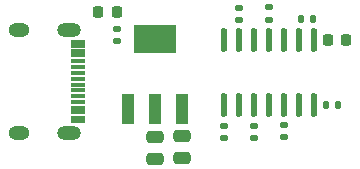
<source format=gbr>
%TF.GenerationSoftware,KiCad,Pcbnew,6.0.4-6f826c9f35~116~ubuntu20.04.1*%
%TF.CreationDate,2022-04-28T13:00:12+07:00*%
%TF.ProjectId,W2AEWPulseGenerator,57324145-5750-4756-9c73-6547656e6572,rev?*%
%TF.SameCoordinates,Original*%
%TF.FileFunction,Paste,Top*%
%TF.FilePolarity,Positive*%
%FSLAX46Y46*%
G04 Gerber Fmt 4.6, Leading zero omitted, Abs format (unit mm)*
G04 Created by KiCad (PCBNEW 6.0.4-6f826c9f35~116~ubuntu20.04.1) date 2022-04-28 13:00:12*
%MOMM*%
%LPD*%
G01*
G04 APERTURE LIST*
G04 Aperture macros list*
%AMRoundRect*
0 Rectangle with rounded corners*
0 $1 Rounding radius*
0 $2 $3 $4 $5 $6 $7 $8 $9 X,Y pos of 4 corners*
0 Add a 4 corners polygon primitive as box body*
4,1,4,$2,$3,$4,$5,$6,$7,$8,$9,$2,$3,0*
0 Add four circle primitives for the rounded corners*
1,1,$1+$1,$2,$3*
1,1,$1+$1,$4,$5*
1,1,$1+$1,$6,$7*
1,1,$1+$1,$8,$9*
0 Add four rect primitives between the rounded corners*
20,1,$1+$1,$2,$3,$4,$5,0*
20,1,$1+$1,$4,$5,$6,$7,0*
20,1,$1+$1,$6,$7,$8,$9,0*
20,1,$1+$1,$8,$9,$2,$3,0*%
G04 Aperture macros list end*
%ADD10RoundRect,0.250000X-0.475000X0.250000X-0.475000X-0.250000X0.475000X-0.250000X0.475000X0.250000X0*%
%ADD11R,1.100000X2.500000*%
%ADD12R,3.600000X2.340000*%
%ADD13RoundRect,0.135000X-0.185000X0.135000X-0.185000X-0.135000X0.185000X-0.135000X0.185000X0.135000X0*%
%ADD14RoundRect,0.135000X0.185000X-0.135000X0.185000X0.135000X-0.185000X0.135000X-0.185000X-0.135000X0*%
%ADD15RoundRect,0.140000X-0.140000X-0.170000X0.140000X-0.170000X0.140000X0.170000X-0.140000X0.170000X0*%
%ADD16O,2.000000X1.200000*%
%ADD17O,1.800000X1.200000*%
%ADD18R,1.300000X0.300000*%
%ADD19RoundRect,0.250000X0.475000X-0.250000X0.475000X0.250000X-0.475000X0.250000X-0.475000X-0.250000X0*%
%ADD20RoundRect,0.218750X-0.218750X-0.256250X0.218750X-0.256250X0.218750X0.256250X-0.218750X0.256250X0*%
%ADD21RoundRect,0.135000X-0.135000X-0.185000X0.135000X-0.185000X0.135000X0.185000X-0.135000X0.185000X0*%
%ADD22RoundRect,0.225000X-0.225000X-0.250000X0.225000X-0.250000X0.225000X0.250000X-0.225000X0.250000X0*%
%ADD23O,0.570000X2.040000*%
G04 APERTURE END LIST*
D10*
%TO.C,C4*%
X114250000Y-80250000D03*
X114250000Y-82150000D03*
%TD*%
D11*
%TO.C,U2*%
X109700000Y-77970000D03*
X112000000Y-77970000D03*
X114300000Y-77970000D03*
D12*
X112000000Y-72030000D03*
%TD*%
D13*
%TO.C,R6*%
X117830600Y-79373000D03*
X117830600Y-80393000D03*
%TD*%
D14*
%TO.C,R7*%
X108730000Y-72230000D03*
X108730000Y-71210000D03*
%TD*%
D15*
%TO.C,C2*%
X126494600Y-77647800D03*
X127454600Y-77647800D03*
%TD*%
D13*
%TO.C,R4*%
X122910600Y-79347600D03*
X122910600Y-80367600D03*
%TD*%
D14*
%TO.C,R3*%
X119075200Y-70387400D03*
X119075200Y-69367400D03*
%TD*%
D16*
%TO.C,USBC1*%
X104684600Y-71307900D03*
D17*
X100484600Y-79967900D03*
D16*
X104684600Y-79967900D03*
D17*
X100484600Y-71307900D03*
D18*
X105444600Y-72287900D03*
X105444600Y-73087900D03*
X105444600Y-74387900D03*
X105444600Y-75387900D03*
X105444600Y-75887900D03*
X105444600Y-76887900D03*
X105444600Y-78187900D03*
X105444600Y-78987900D03*
X105444600Y-78687900D03*
X105444600Y-77887900D03*
X105444600Y-77387900D03*
X105444600Y-76387900D03*
X105444600Y-74887900D03*
X105444600Y-73887900D03*
X105444600Y-73387900D03*
X105444600Y-72587900D03*
%TD*%
D19*
%TO.C,C3*%
X112000000Y-82200000D03*
X112000000Y-80300000D03*
%TD*%
D14*
%TO.C,R2*%
X121615200Y-70385400D03*
X121615200Y-69365400D03*
%TD*%
D13*
%TO.C,R5*%
X120345200Y-79373000D03*
X120345200Y-80393000D03*
%TD*%
D20*
%TO.C,D1*%
X107182500Y-69710000D03*
X108757500Y-69710000D03*
%TD*%
D21*
%TO.C,R1*%
X124305600Y-70358000D03*
X125325600Y-70358000D03*
%TD*%
D22*
%TO.C,C1*%
X126631400Y-72085200D03*
X128181400Y-72085200D03*
%TD*%
D23*
%TO.C,U1*%
X125425200Y-72109200D03*
X124155200Y-72109200D03*
X122885200Y-72109200D03*
X121615200Y-72109200D03*
X120345200Y-72109200D03*
X119075200Y-72109200D03*
X117805200Y-72109200D03*
X117805200Y-77649200D03*
X119075200Y-77649200D03*
X120345200Y-77649200D03*
X121615200Y-77649200D03*
X122885200Y-77649200D03*
X124155200Y-77649200D03*
X125425200Y-77649200D03*
%TD*%
M02*

</source>
